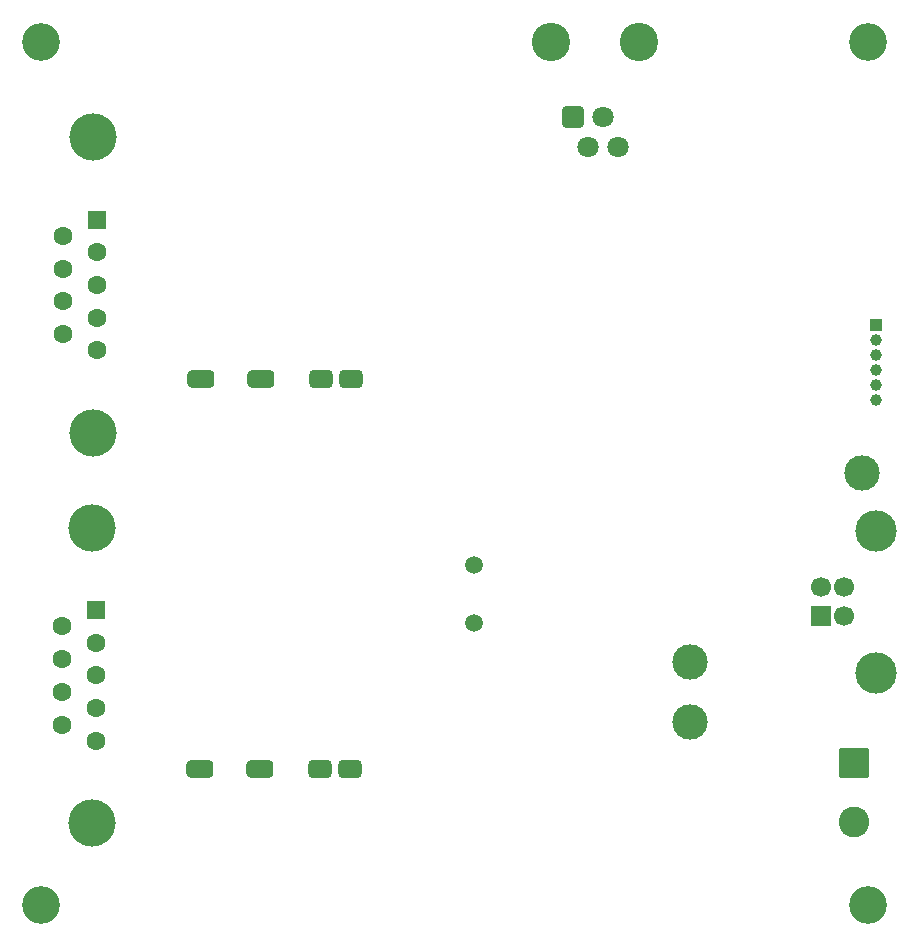
<source format=gbr>
%TF.GenerationSoftware,KiCad,Pcbnew,9.0.0*%
%TF.CreationDate,2025-04-04T18:35:25+03:00*%
%TF.ProjectId,encoder,656e636f-6465-4722-9e6b-696361645f70,rev?*%
%TF.SameCoordinates,Original*%
%TF.FileFunction,Soldermask,Bot*%
%TF.FilePolarity,Negative*%
%FSLAX46Y46*%
G04 Gerber Fmt 4.6, Leading zero omitted, Abs format (unit mm)*
G04 Created by KiCad (PCBNEW 9.0.0) date 2025-04-04 18:35:25*
%MOMM*%
%LPD*%
G01*
G04 APERTURE LIST*
G04 Aperture macros list*
%AMRoundRect*
0 Rectangle with rounded corners*
0 $1 Rounding radius*
0 $2 $3 $4 $5 $6 $7 $8 $9 X,Y pos of 4 corners*
0 Add a 4 corners polygon primitive as box body*
4,1,4,$2,$3,$4,$5,$6,$7,$8,$9,$2,$3,0*
0 Add four circle primitives for the rounded corners*
1,1,$1+$1,$2,$3*
1,1,$1+$1,$4,$5*
1,1,$1+$1,$6,$7*
1,1,$1+$1,$8,$9*
0 Add four rect primitives between the rounded corners*
20,1,$1+$1,$2,$3,$4,$5,0*
20,1,$1+$1,$4,$5,$6,$7,0*
20,1,$1+$1,$6,$7,$8,$9,0*
20,1,$1+$1,$8,$9,$2,$3,0*%
G04 Aperture macros list end*
%ADD10C,3.000000*%
%ADD11C,3.200000*%
%ADD12R,1.000000X1.000000*%
%ADD13C,1.000000*%
%ADD14C,3.250000*%
%ADD15RoundRect,0.250000X-0.650000X-0.650000X0.650000X-0.650000X0.650000X0.650000X-0.650000X0.650000X0*%
%ADD16C,1.800000*%
%ADD17C,1.500000*%
%ADD18RoundRect,0.381000X0.619000X0.381000X-0.619000X0.381000X-0.619000X-0.381000X0.619000X-0.381000X0*%
%ADD19RoundRect,0.381000X0.762000X0.381000X-0.762000X0.381000X-0.762000X-0.381000X0.762000X-0.381000X0*%
%ADD20C,4.000000*%
%ADD21R,1.600000X1.600000*%
%ADD22C,1.600000*%
%ADD23RoundRect,0.250000X-1.050000X1.050000X-1.050000X-1.050000X1.050000X-1.050000X1.050000X1.050000X0*%
%ADD24C,2.600000*%
%ADD25R,1.700000X1.700000*%
%ADD26C,1.700000*%
%ADD27C,3.500000*%
G04 APERTURE END LIST*
D10*
%TO.C,TP2*%
X129500000Y-111000000D03*
%TD*%
D11*
%TO.C,J11*%
X74500000Y-126500000D03*
%TD*%
%TO.C,J5*%
X74500000Y-53500000D03*
%TD*%
D10*
%TO.C,TP1*%
X129500000Y-106000000D03*
%TD*%
D11*
%TO.C,J7*%
X144500000Y-126500000D03*
%TD*%
D10*
%TO.C,TP3*%
X144000000Y-90000000D03*
%TD*%
D11*
%TO.C,J6*%
X144500000Y-53500000D03*
%TD*%
D12*
%TO.C,J3*%
X145246400Y-77435400D03*
D13*
X145246400Y-78705400D03*
X145246400Y-79975400D03*
X145246400Y-81245400D03*
X145246400Y-82515400D03*
X145246400Y-83785400D03*
%TD*%
D14*
%TO.C,J9*%
X117673600Y-53459000D03*
X125173600Y-53459000D03*
D15*
X119583600Y-59809000D03*
D16*
X120853600Y-62349000D03*
X122123600Y-59809000D03*
X123393600Y-62349000D03*
%TD*%
D17*
%TO.C,Y1*%
X111157400Y-97780000D03*
X111157400Y-102660000D03*
%TD*%
D18*
%TO.C,Q3*%
X100750800Y-82000000D03*
X98210800Y-82000000D03*
D19*
X93130800Y-82000000D03*
X88050800Y-82000000D03*
%TD*%
D18*
%TO.C,Q2*%
X100679200Y-115058400D03*
X98139200Y-115058400D03*
D19*
X93059200Y-115058400D03*
X87979200Y-115058400D03*
%TD*%
D20*
%TO.C,J8*%
X78870900Y-119604300D03*
X78870900Y-94604300D03*
D21*
X79170900Y-101564300D03*
D22*
X79170900Y-104334300D03*
X79170900Y-107104300D03*
X79170900Y-109874300D03*
X79170900Y-112644300D03*
X76330900Y-102949300D03*
X76330900Y-105719300D03*
X76330900Y-108489300D03*
X76330900Y-111259300D03*
%TD*%
D23*
%TO.C,J1*%
X143357600Y-114500000D03*
D24*
X143357600Y-119500000D03*
%TD*%
D20*
%TO.C,J10*%
X78942500Y-86545900D03*
X78942500Y-61545900D03*
D21*
X79242500Y-68505900D03*
D22*
X79242500Y-71275900D03*
X79242500Y-74045900D03*
X79242500Y-76815900D03*
X79242500Y-79585900D03*
X76402500Y-69890900D03*
X76402500Y-72660900D03*
X76402500Y-75430900D03*
X76402500Y-78200900D03*
%TD*%
D25*
%TO.C,J2*%
X140544800Y-102108000D03*
D26*
X140544800Y-99608000D03*
X142544800Y-99608000D03*
X142544800Y-102108000D03*
D27*
X145254800Y-94838000D03*
X145254800Y-106878000D03*
%TD*%
M02*

</source>
